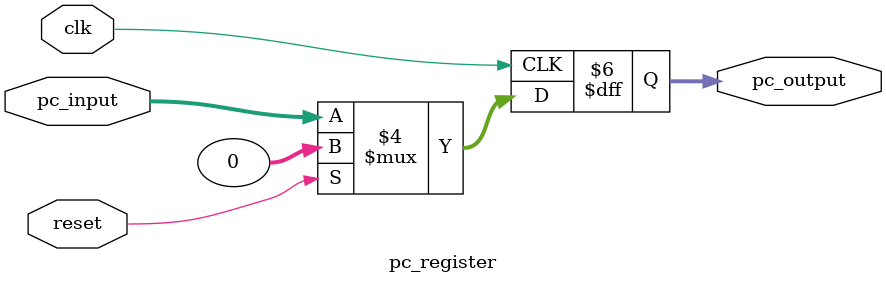
<source format=sv>
module pc_register(
    
    input clk, reset, 
    input logic [31:0] pc_input, 
    output logic [31:0] pc_output
);


	always_ff@(posedge clk)
        
        begin

            if (!reset) begin
               pc_output = pc_input;end
            
            else begin
                pc_output = 0;end
        
        end
        

endmodule

</source>
